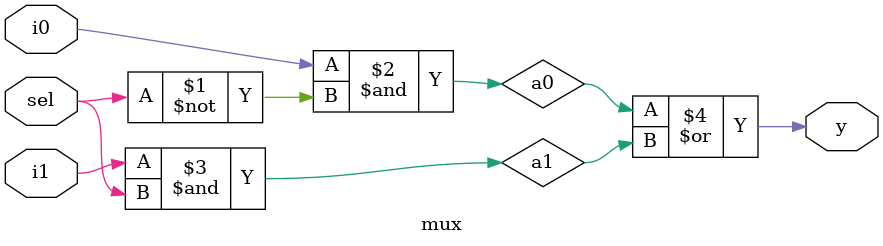
<source format=v>
module mux(y,i0,i1,sel);
    input i0,i1,sel;
    output y;

    assign a0 = i0 & ~sel;
    assign a1 = i1 & sel;

    assign y = a0 | a1;

endmodule
</source>
